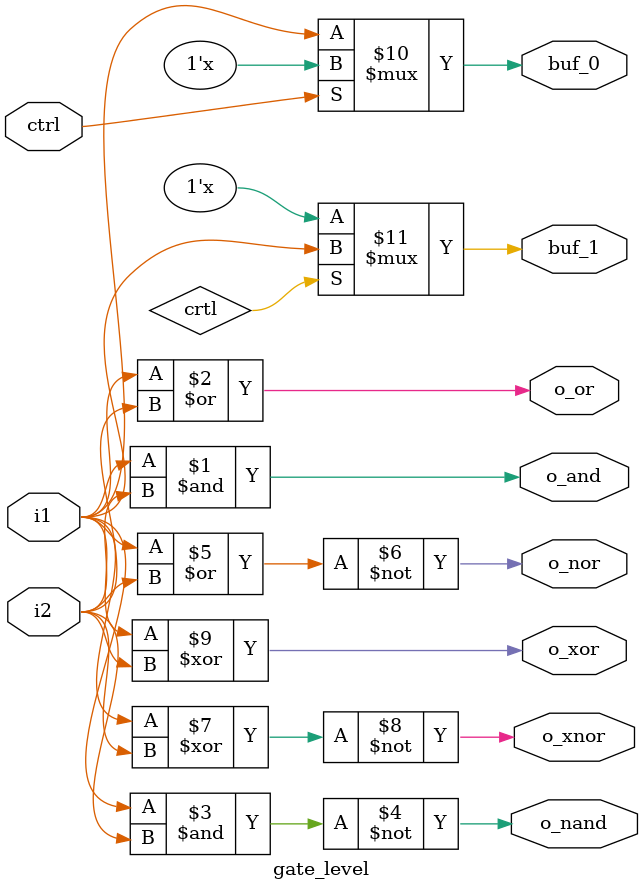
<source format=v>
`timescale 1ns / 1ps


module gate_level(
    input i1,i2,ctrl,
    output o_and,o_or,o_nand,o_nor,o_xnor,o_xor,buf_0,buf_1
);

    and and_1 (o_and,i1,i2);
    or or_1 (o_or,i1,i2);
    nand nand_1 (o_nand,i1,i2);
    nor nor_1 (o_nor,i1,i2);
    xnor xnor_1 (o_xnor,i1,i2);
    xor xor_1 (o_xor,i1,i2);
    bufif0 buf_o (buf_0,i1,ctrl);
    bufif1 buf_n (buf_1,i1,crtl);
endmodule
</source>
